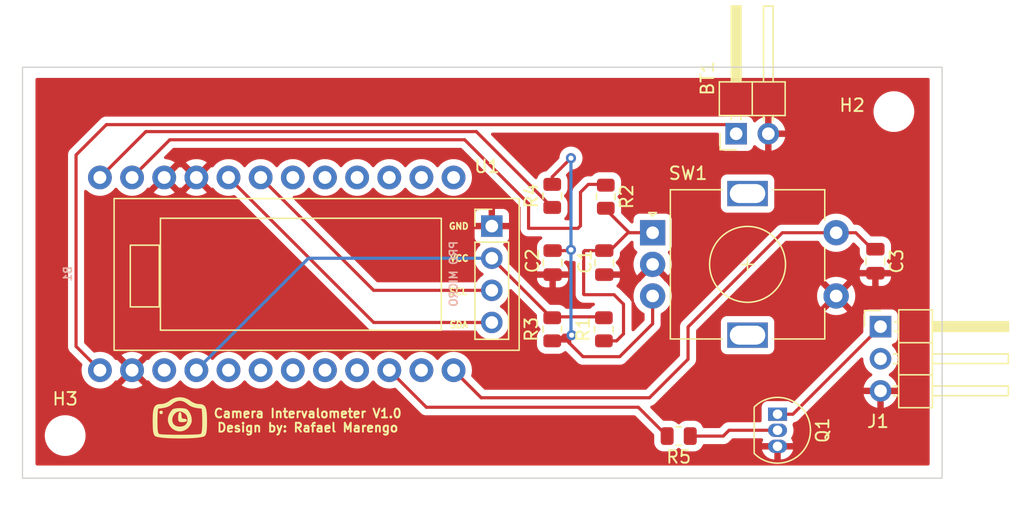
<source format=kicad_pcb>
(kicad_pcb (version 20211014) (generator pcbnew)
  (layers (0 "F.Cu" signal) (31 "B.Cu" signal) (34 "B.Paste" user) (35 "F.Paste" user) (36 "B.SilkS" user "B.Silkscreen") (37 "F.SilkS" user "F.Silkscreen") (38 "B.Mask" user) (39 "F.Mask" user) (44 "Edge.Cuts" user))
  (net 0 "")
  (net 1 "Net-(B1-Pad1)")
  (net 2 "Net-(B1-Pad2)")
  (net 3 "GND")
  (net 4 "/SDA")
  (net 5 "/SCL")
  (net 13 "Net-(B1-Pad15)")
  (net 18 "+5VD")
  (net 20 "Net-(B1-Pad24)")
  (net 21 "Net-(C1-Pad1)")
  (net 22 "Net-(C2-Pad1)")
  (net 23 "Net-(J1-Pad1)")
  (net 25 "Net-(Q1-Pad2)")
  (net 26 "Net-(C3-Pad1)")
  (footprint "Resistor_SMD:R_0805_2012Metric" (layer "F.Cu") (at 152.57 76.0375 90)
    (fp_text reference "R4" (at 0 -1.65 90) (layer "F.SilkS"))
    (fp_text value "10k")
    (fp_line (start -0.227064 0.735) (end 0.227064 0.735) (layer "F.SilkS") (width 0.12))
    (fp_line (start -0.227064 -0.735) (end 0.227064 -0.735) (layer "F.SilkS") (width 0.12))
    (pad "1" smd roundrect (at -0.9125 0 90) (size 1.025 1.4) (layers "F.Cu" "F.Paste" "F.Mask") (roundrect_rratio 0.243902439) (net 1 "Net-(B1-Pad1)"))
    (pad "2" smd roundrect (at 0.9125 0 90) (size 1.025 1.4) (layers "F.Cu" "F.Paste" "F.Mask") (roundrect_rratio 0.243902439) (net 22 "Net-(C2-Pad1)"))
  )
  (footprint "Rotary_Encoder:RotaryEncoder_Alps_EC11E-Switch_Vertical_H20mm" (layer "F.Cu") (at 160.5 78.95)
    (fp_text reference "SW1" (at 2.8 -4.7) (layer "F.SilkS"))
    (fp_text value "Rotary_Encoder_Switch")
    (fp_line (start 5.5 -3.4) (end 1.4 -3.4) (layer "F.SilkS") (width 0.12))
    (fp_line (start 0.3 -1.6) (end 0 -1.3) (layer "F.SilkS") (width 0.12))
    (fp_line (start 5.5 8.4) (end 1.4 8.4) (layer "F.SilkS") (width 0.12))
    (fp_line (start 7 2.5) (end 8 2.5) (layer "F.SilkS") (width 0.12))
    (fp_line (start 13.6 1.2) (end 13.6 3.8) (layer "F.SilkS") (width 0.12))
    (fp_line (start 0 -1.3) (end -0.3 -1.6) (layer "F.SilkS") (width 0.12))
    (fp_line (start 13.6 8.4) (end 9.5 8.4) (layer "F.SilkS") (width 0.12))
    (fp_line (start 7.5 2) (end 7.5 3) (layer "F.SilkS") (width 0.12))
    (fp_line (start 1.4 -3.4) (end 1.4 8.4) (layer "F.SilkS") (width 0.12))
    (fp_line (start 13.6 6) (end 13.6 8.4) (layer "F.SilkS") (width 0.12))
    (fp_line (start -0.3 -1.6) (end 0.3 -1.6) (layer "F.SilkS") (width 0.12))
    (fp_line (start 9.5 -3.4) (end 13.6 -3.4) (layer "F.SilkS") (width 0.12))
    (fp_line (start 13.6 -3.4) (end 13.6 -1) (layer "F.SilkS") (width 0.12))
    (fp_circle (center 7.5 2.5) (end 10.5 2.5) (layer "F.SilkS") (width 0.12) (fill none))
    (pad "A" thru_hole rect (at 0 0) (size 2 2) (drill 1) (layers *.Cu *.Mask) (net 21 "Net-(C1-Pad1)"))
    (pad "B" thru_hole circle (at 0 5) (size 2 2) (drill 1) (layers *.Cu *.Mask) (net 22 "Net-(C2-Pad1)"))
    (pad "C" thru_hole circle (at 0 2.5) (size 2 2) (drill 1) (layers *.Cu *.Mask) (net 3 "GND"))
    (pad "MP" thru_hole rect (at 7.5 -3.1) (size 3.2 2) (drill oval 2.8 1.5) (layers *.Cu *.Mask))
    (pad "MP" thru_hole rect (at 7.5 8.1) (size 3.2 2) (drill oval 2.8 1.5) (layers *.Cu *.Mask))
    (pad "S1" thru_hole circle (at 14.5 5) (size 2 2) (drill 1) (layers *.Cu *.Mask) (net 3 "GND"))
    (pad "S2" thru_hole circle (at 14.5 0) (size 2 2) (drill 1) (layers *.Cu *.Mask) (net 26 "Net-(C3-Pad1)"))
  )
  (footprint "Resistor_SMD:R_0805_2012Metric" (layer "F.Cu") (at 156.8 76.1 -90)
    (fp_text reference "R2" (at 0 -1.65 90) (layer "F.SilkS"))
    (fp_text value "10k")
    (fp_line (start -0.227064 0.735) (end 0.227064 0.735) (layer "F.SilkS") (width 0.12))
    (fp_line (start -0.227064 -0.735) (end 0.227064 -0.735) (layer "F.SilkS") (width 0.12))
    (pad "1" smd roundrect (at -0.9125 0 270) (size 1.025 1.4) (layers "F.Cu" "F.Paste" "F.Mask") (roundrect_rratio 0.243902439) (net 2 "Net-(B1-Pad2)"))
    (pad "2" smd roundrect (at 0.9125 0 270) (size 1.025 1.4) (layers "F.Cu" "F.Paste" "F.Mask") (roundrect_rratio 0.243902439) (net 21 "Net-(C1-Pad1)"))
  )
  (footprint "Capacitor_SMD:C_0805_2012Metric" (layer "F.Cu") (at 156.68 81.3125 -90)
    (fp_text reference "C1" (at -0.0875 1.53 90) (layer "F.SilkS"))
    (fp_text value "10n")
    (fp_line (start -0.261252 -0.735) (end 0.261252 -0.735) (layer "F.SilkS") (width 0.12))
    (fp_line (start -0.261252 0.735) (end 0.261252 0.735) (layer "F.SilkS") (width 0.12))
    (pad "1" smd roundrect (at -0.95 0 270) (size 1 1.45) (layers "F.Cu" "F.Paste" "F.Mask") (net 21 "Net-(C1-Pad1)"))
    (pad "2" smd roundrect (at 0.95 0 270) (size 1 1.45) (layers "F.Cu" "F.Paste" "F.Mask") (net 3 "GND"))
  )
  (footprint "MountingHole:MountingHole_2.2mm_M2_DIN965" (layer "F.Cu") (at 114.09 94.99)
    (fp_text reference "H3" (at 0 -2.9) (layer "F.SilkS"))
    (fp_text value "MountingHole")
    (pad "" np_thru_hole circle (at 0 0) (size 2.2 2.2) (drill 2.2) (layers *.Cu *.Mask))
  )
  (footprint "Package_TO_SOT_THT:TO-92_Inline" (layer "F.Cu") (at 170.37 93.3 -90)
    (fp_text reference "Q1" (at 1.27 -3.56 90) (layer "F.SilkS"))
    (fp_text value "BC337")
    (fp_line (start -0.53 1.85) (end 3.07 1.85) (layer "F.SilkS") (width 0.12))
    (fp_arc (start -0.568478 1.838478) (mid -1.132087 -0.994977) (end 1.27 -2.6) (layer "F.SilkS") (width 0.12))
    (fp_arc (start 1.27 -2.6) (mid 3.672087 -0.994977) (end 3.108478 1.838478) (layer "F.SilkS") (width 0.12))
    (pad "1" thru_hole rect (at 0 0 270) (size 1.05 1.5) (drill 0.75) (layers *.Cu *.Mask) (net 23 "Net-(J1-Pad1)"))
    (pad "2" thru_hole oval (at 1.27 0 270) (size 1.05 1.5) (drill 0.75) (layers *.Cu *.Mask) (net 25 "Net-(Q1-Pad2)"))
    (pad "3" thru_hole oval (at 2.54 0 270) (size 1.05 1.5) (drill 0.75) (layers *.Cu *.Mask) (net 3 "GND"))
  )
  (footprint "Resistor_SMD:R_0805_2012Metric" (layer "F.Cu") (at 156.65 86.5875 90)
    (fp_text reference "R1" (at 0 -1.65 90) (layer "F.SilkS"))
    (fp_text value "10k")
    (fp_line (start -0.227064 0.735) (end 0.227064 0.735) (layer "F.SilkS") (width 0.12))
    (fp_line (start -0.227064 -0.735) (end 0.227064 -0.735) (layer "F.SilkS") (width 0.12))
    (pad "1" smd roundrect (at -0.9125 0 90) (size 1.025 1.4) (layers "F.Cu" "F.Paste" "F.Mask") (roundrect_rratio 0.243902439) (net 21 "Net-(C1-Pad1)"))
    (pad "2" smd roundrect (at 0.9125 0 90) (size 1.025 1.4) (layers "F.Cu" "F.Paste" "F.Mask") (roundrect_rratio 0.243902439) (net 18 "+5VD"))
  )
  (footprint "Capacitor_SMD:C_0805_2012Metric" (layer "F.Cu") (at 152.6 81.3125 -90)
    (fp_text reference "C2" (at -0.14375 1.6 90) (layer "F.SilkS"))
    (fp_text value "10n")
    (fp_line (start -0.261252 -0.735) (end 0.261252 -0.735) (layer "F.SilkS") (width 0.12))
    (fp_line (start -0.261252 0.735) (end 0.261252 0.735) (layer "F.SilkS") (width 0.12))
    (pad "1" smd roundrect (at -0.95 0 270) (size 1 1.45) (layers "F.Cu" "F.Paste" "F.Mask") (net 22 "Net-(C2-Pad1)"))
    (pad "2" smd roundrect (at 0.95 0 270) (size 1 1.45) (layers "F.Cu" "F.Paste" "F.Mask") (net 3 "GND"))
  )
  (footprint "Connector_PinHeader_2.54mm:PinHeader_1x03_P2.54mm_Horizontal" (layer "F.Cu") (at 178.505 86.375)
    (fp_text reference "J1" (at -0.2 7.49) (layer "F.SilkS"))
    (fp_text value "2.5mm_Audio_jack")
    (fp_line (start 4.1 -0.08) (end 10.1 -0.08) (layer "F.SilkS") (width 0.12))
    (fp_line (start 1.44 6.41) (end 4.1 6.41) (layer "F.SilkS") (width 0.12))
    (fp_line (start 4.1 4.7) (end 10.1 4.7) (layer "F.SilkS") (width 0.12))
    (fp_line (start 10.1 -0.38) (end 10.1 0.38) (layer "F.SilkS") (width 0.12))
    (fp_line (start 10.1 5.46) (end 4.1 5.46) (layer "F.SilkS") (width 0.12))
    (fp_line (start 1.042929 2.16) (end 1.44 2.16) (layer "F.SilkS") (width 0.12))
    (fp_line (start 4.1 0.04) (end 10.1 0.04) (layer "F.SilkS") (width 0.12))
    (fp_line (start 1.11 -0.38) (end 1.44 -0.38) (layer "F.SilkS") (width 0.12))
    (fp_line (start -1.27 -1.27) (end 0 -1.27) (layer "F.SilkS") (width 0.12))
    (fp_line (start 4.1 -0.38) (end 10.1 -0.38) (layer "F.SilkS") (width 0.12))
    (fp_line (start 10.1 4.7) (end 10.1 5.46) (layer "F.SilkS") (width 0.12))
    (fp_line (start 10.1 2.16) (end 10.1 2.92) (layer "F.SilkS") (width 0.12))
    (fp_line (start 1.44 -1.33) (end 1.44 6.41) (layer "F.SilkS") (width 0.12))
    (fp_line (start 1.11 0.38) (end 1.44 0.38) (layer "F.SilkS") (width 0.12))
    (fp_line (start 4.1 2.16) (end 10.1 2.16) (layer "F.SilkS") (width 0.12))
    (fp_line (start 4.1 0.28) (end 10.1 0.28) (layer "F.SilkS") (width 0.12))
    (fp_line (start 4.1 -0.2) (end 10.1 -0.2) (layer "F.SilkS") (width 0.12))
    (fp_line (start 1.042929 5.46) (end 1.44 5.46) (layer "F.SilkS") (width 0.12))
    (fp_line (start -1.27 0) (end -1.27 -1.27) (layer "F.SilkS") (width 0.12))
    (fp_line (start 10.1 0.38) (end 4.1 0.38) (layer "F.SilkS") (width 0.12))
    (fp_line (start 4.1 6.41) (end 4.1 -1.33) (layer "F.SilkS") (width 0.12))
    (fp_line (start 4.1 -1.33) (end 1.44 -1.33) (layer "F.SilkS") (width 0.12))
    (fp_line (start 10.1 2.92) (end 4.1 2.92) (layer "F.SilkS") (width 0.12))
    (fp_line (start 1.042929 2.92) (end 1.44 2.92) (layer "F.SilkS") (width 0.12))
    (fp_line (start 1.042929 4.7) (end 1.44 4.7) (layer "F.SilkS") (width 0.12))
    (fp_line (start 1.44 3.81) (end 4.1 3.81) (layer "F.SilkS") (width 0.12))
    (fp_line (start 4.1 0.16) (end 10.1 0.16) (layer "F.SilkS") (width 0.12))
    (fp_line (start 4.1 -0.32) (end 10.1 -0.32) (layer "F.SilkS") (width 0.12))
    (fp_line (start 1.44 1.27) (end 4.1 1.27) (layer "F.SilkS") (width 0.12))
    (pad "1" thru_hole rect (at 0 0) (size 1.7 1.7) (drill 1) (layers *.Cu *.Mask) (net 23 "Net-(J1-Pad1)"))
    (pad "2" thru_hole oval (at 0 2.54) (size 1.7 1.7) (drill 1) (layers *.Cu *.Mask))
    (pad "3" thru_hole oval (at 0 5.08) (size 1.7 1.7) (drill 1) (layers *.Cu *.Mask) (net 3 "GND"))
  )
  (footprint "Connector_PinHeader_2.54mm:PinHeader_1x02_P2.54mm_Horizontal" (layer "F.Cu") (at 167.1 71.12 90)
    (fp_text reference "BT1" (at 4.385 -2.27 90) (layer "F.SilkS"))
    (fp_text value "Battery-header")
    (fp_line (start 10.1 -0.38) (end 10.1 0.38) (layer "F.SilkS") (width 0.12))
    (fp_line (start 4.1 -0.32) (end 10.1 -0.32) (layer "F.SilkS") (width 0.12))
    (fp_line (start 10.1 0.38) (end 4.1 0.38) (layer "F.SilkS") (width 0.12))
    (fp_line (start 4.1 -0.2) (end 10.1 -0.2) (layer "F.SilkS") (width 0.12))
    (fp_line (start 4.1 3.87) (end 4.1 -1.33) (layer "F.SilkS") (width 0.12))
    (fp_line (start 1.11 -0.38) (end 1.44 -0.38) (layer "F.SilkS") (width 0.12))
    (fp_line (start 4.1 2.16) (end 10.1 2.16) (layer "F.SilkS") (width 0.12))
    (fp_line (start 4.1 -0.08) (end 10.1 -0.08) (layer "F.SilkS") (width 0.12))
    (fp_line (start 4.1 -1.33) (end 1.44 -1.33) (layer "F.SilkS") (width 0.12))
    (fp_line (start 1.44 3.87) (end 4.1 3.87) (layer "F.SilkS") (width 0.12))
    (fp_line (start 10.1 2.92) (end 4.1 2.92) (layer "F.SilkS") (width 0.12))
    (fp_line (start 4.1 -0.38) (end 10.1 -0.38) (layer "F.SilkS") (width 0.12))
    (fp_line (start 1.44 1.27) (end 4.1 1.27) (layer "F.SilkS") (width 0.12))
    (fp_line (start 1.042929 2.92) (end 1.44 2.92) (layer "F.SilkS") (width 0.12))
    (fp_line (start 1.11 0.38) (end 1.44 0.38) (layer "F.SilkS") (width 0.12))
    (fp_line (start 10.1 2.16) (end 10.1 2.92) (layer "F.SilkS") (width 0.12))
    (fp_line (start 4.1 0.28) (end 10.1 0.28) (layer "F.SilkS") (width 0.12))
    (fp_line (start -1.27 0) (end -1.27 -1.27) (layer "F.SilkS") (width 0.12))
    (fp_line (start 1.44 -1.33) (end 1.44 3.87) (layer "F.SilkS") (width 0.12))
    (fp_line (start 4.1 0.16) (end 10.1 0.16) (layer "F.SilkS") (width 0.12))
    (fp_line (start 4.1 0.04) (end 10.1 0.04) (layer "F.SilkS") (width 0.12))
    (fp_line (start -1.27 -1.27) (end 0 -1.27) (layer "F.SilkS") (width 0.12))
    (fp_line (start 1.042929 2.16) (end 1.44 2.16) (layer "F.SilkS") (width 0.12))
    (pad "1" thru_hole rect (at 0 0 90) (size 1.7 1.7) (drill 1) (layers *.Cu *.Mask) (net 20 "Net-(B1-Pad24)"))
    (pad "2" thru_hole oval (at 0 2.54 90) (size 1.7 1.7) (drill 1) (layers *.Cu *.Mask) (net 3 "GND"))
  )
  (footprint "Capacitor_SMD:C_0805_2012Metric" (layer "F.Cu") (at 178.1 81.2 -90)
    (fp_text reference "C3" (at 0 -1.68 90) (layer "F.SilkS"))
    (fp_text value "10n")
    (fp_line (start -0.261252 -0.735) (end 0.261252 -0.735) (layer "F.SilkS") (width 0.12))
    (fp_line (start -0.261252 0.735) (end 0.261252 0.735) (layer "F.SilkS") (width 0.12))
    (pad "1" smd roundrect (at -0.95 0 270) (size 1 1.45) (layers "F.Cu" "F.Paste" "F.Mask") (net 26 "Net-(C3-Pad1)"))
    (pad "2" smd roundrect (at 0.95 0 270) (size 1 1.45) (layers "F.Cu" "F.Paste" "F.Mask") (net 3 "GND"))
  )
  (footprint "OLED-128x32:OLED-128x32" (layer "F.Cu") (at 149.955 76.245)
    (fp_text reference "U1" (at -2.54 -2.54) (layer "F.SilkS"))
    (fp_text value "ssd1306_oled_128x32")
    (fp_text user "VCC" (at -4.73 4.73 unlocked) (layer "F.SilkS") (effects (font (size 0.5 0.5) (thickness 0.125))))
    (fp_text user "SCL" (at -4.82 7.36 unlocked) (layer "F.SilkS") (effects (font (size 0.5 0.5) (thickness 0.125))))
    (fp_text user "GND" (at -4.77 2.19 unlocked) (layer "F.SilkS") (effects (font (size 0.5 0.5) (thickness 0.125))))
    (fp_text user "SDA" (at -4.77 9.99 unlocked) (layer "F.SilkS") (effects (font (size 0.5 0.5) (thickness 0.125))))
    (fp_line (start -0.83 3.45) (end -0.83 11.13) (layer "F.SilkS") (width 0.12))
    (fp_line (start -3.49 0.85) (end -2.16 0.85) (layer "F.SilkS") (width 0.12))
    (fp_line (start -3.49 3.45) (end -3.49 11.13) (layer "F.SilkS") (width 0.12))
    (fp_line (start -3.49 3.45) (end -0.83 3.45) (layer "F.SilkS") (width 0.12))
    (fp_line (start -3.49 2.18) (end -3.49 0.85) (layer "F.SilkS") (width 0.12))
    (fp_line (start -3.49 11.13) (end -0.83 11.13) (layer "F.SilkS") (width 0.12))
    (fp_rect (start -28.43 3.69) (end -30.72 8.57) (layer "F.SilkS") (width 0.12) (fill none))
    (fp_rect (start 0 0) (end -32 12) (layer "F.SilkS") (width 0.12) (fill none))
    (fp_rect (start -28.34 1.56) (end -6.15 10.41) (layer "F.SilkS") (width 0.12) (fill none))
    (pad "1" thru_hole rect (at -2.16 2.18) (size 1.7 1.7) (drill 1) (layers *.Cu *.Mask) (net 3 "GND"))
    (pad "2" thru_hole oval (at -2.16 4.72) (size 1.7 1.7) (drill 1) (layers *.Cu *.Mask) (net 18 "+5VD"))
    (pad "3" thru_hole oval (at -2.16 7.26) (size 1.7 1.7) (drill 1) (layers *.Cu *.Mask) (net 5 "/SCL"))
    (pad "4" thru_hole oval (at -2.16 9.8) (size 1.7 1.7) (drill 1) (layers *.Cu *.Mask) (net 4 "/SDA"))
  )
  (footprint "MountingHole:MountingHole_2.2mm_M2_DIN965" (layer "F.Cu") (at 179.56 69.37)
    (fp_text reference "H2" (at -3.3 -0.5) (layer "F.SilkS"))
    (fp_text value "MountingHole")
    (pad "" np_thru_hole circle (at 0 0) (size 2.2 2.2) (drill 2.2) (layers *.Cu *.Mask))
  )
  (footprint "Resistor_SMD:R_0805_2012Metric" (layer "F.Cu") (at 152.57 86.5875 90)
    (fp_text reference "R3" (at 0 -1.65 90) (layer "F.SilkS"))
    (fp_text value "10k")
    (fp_line (start -0.227064 0.735) (end 0.227064 0.735) (layer "F.SilkS") (width 0.12))
    (fp_line (start -0.227064 -0.735) (end 0.227064 -0.735) (layer "F.SilkS") (width 0.12))
    (pad "1" smd roundrect (at -0.9125 0 90) (size 1.025 1.4) (layers "F.Cu" "F.Paste" "F.Mask") (roundrect_rratio 0.243902439) (net 22 "Net-(C2-Pad1)"))
    (pad "2" smd roundrect (at 0.9125 0 90) (size 1.025 1.4) (layers "F.Cu" "F.Paste" "F.Mask") (roundrect_rratio 0.243902439) (net 18 "+5VD"))
  )
  (footprint "Resistor_SMD:R_0805_2012Metric" (layer "F.Cu") (at 162.56 95.03 180)
    (fp_text reference "R5" (at 0 -1.65) (layer "F.SilkS"))
    (fp_text value "1K")
    (fp_line (start -0.227064 0.735) (end 0.227064 0.735) (layer "F.SilkS") (width 0.12))
    (fp_line (start -0.227064 -0.735) (end 0.227064 -0.735) (layer "F.SilkS") (width 0.12))
    (pad "1" smd roundrect (at -0.9125 0 180) (size 1.025 1.4) (layers "F.Cu" "F.Paste" "F.Mask") (roundrect_rratio 0.243902439) (net 25 "Net-(Q1-Pad2)"))
    (pad "2" smd roundrect (at 0.9125 0 180) (size 1.025 1.4) (layers "F.Cu" "F.Paste" "F.Mask") (roundrect_rratio 0.243902439) (net 13 "Net-(B1-Pad15)"))
  )
  (footprint "Boards:SPARKFUN_PRO_MICRO" (layer "B.Cu") (at 129.535 82.2 -90)
    (fp_text reference "B1" (at 0 15.24 90) (layer "B.SilkS") (effects (font (size 0.6096 0.6096) (thickness 0.127)) (justify mirror)))
    (fp_text value "PRO MICRO" (at 0 -15.24 90) (layer "B.SilkS") (effects (font (size 0.6096 0.6096) (thickness 0.127)) (justify mirror)))
    (pad "1" thru_hole circle (at -7.62 12.7 270) (size 1.8796 1.8796) (drill 1.016) (layers *.Cu *.Mask) (net 1 "Net-(B1-Pad1)"))
    (pad "2" thru_hole circle (at -7.62 10.16 270) (size 1.8796 1.8796) (drill 1.016) (layers *.Cu *.Mask) (net 2 "Net-(B1-Pad2)"))
    (pad "3" thru_hole circle (at -7.62 7.62 270) (size 1.8796 1.8796) (drill 1.016) (layers *.Cu *.Mask) (net 3 "GND"))
    (pad "4" thru_hole circle (at -7.62 5.08 270) (size 1.8796 1.8796) (drill 1.016) (layers *.Cu *.Mask) (net 3 "GND"))
    (pad "5" thru_hole circle (at -7.62 2.54 270) (size 1.8796 1.8796) (drill 1.016) (layers *.Cu *.Mask) (net 4 "/SDA"))
    (pad "6" thru_hole circle (at -7.62 0 270) (size 1.8796 1.8796) (drill 1.016) (layers *.Cu *.Mask) (net 5 "/SCL"))
    (pad "7" thru_hole circle (at -7.62 -2.54 270) (size 1.8796 1.8796) (drill 1.016) (layers *.Cu *.Mask))
    (pad "8" thru_hole circle (at -7.62 -5.08 270) (size 1.8796 1.8796) (drill 1.016) (layers *.Cu *.Mask))
    (pad "9" thru_hole circle (at -7.62 -7.62 270) (size 1.8796 1.8796) (drill 1.016) (layers *.Cu *.Mask))
    (pad "10" thru_hole circle (at -7.62 -10.16 270) (size 1.8796 1.8796) (drill 1.016) (layers *.Cu *.Mask))
    (pad "11" thru_hole circle (at -7.62 -12.7 270) (size 1.8796 1.8796) (drill 1.016) (layers *.Cu *.Mask))
    (pad "12" thru_hole circle (at -7.62 -15.24 270) (size 1.8796 1.8796) (drill 1.016) (layers *.Cu *.Mask))
    (pad "13" thru_hole circle (at 7.62 -15.24 270) (size 1.8796 1.8796) (drill 1.016) (layers *.Cu *.Mask) (net 26 "Net-(C3-Pad1)"))
    (pad "14" thru_hole circle (at 7.62 -12.7 270) (size 1.8796 1.8796) (drill 1.016) (layers *.Cu *.Mask))
    (pad "15" thru_hole circle (at 7.62 -10.16 270) (size 1.8796 1.8796) (drill 1.016) (layers *.Cu *.Mask) (net 13 "Net-(B1-Pad15)"))
    (pad "16" thru_hole circle (at 7.62 -7.62 270) (size 1.8796 1.8796) (drill 1.016) (layers *.Cu *.Mask))
    (pad "17" thru_hole circle (at 7.62 -5.08 270) (size 1.8796 1.8796) (drill 1.016) (layers *.Cu *.Mask))
    (pad "18" thru_hole circle (at 7.62 -2.54 270) (size 1.8796 1.8796) (drill 1.016) (layers *.Cu *.Mask))
    (pad "19" thru_hole circle (at 7.62 0 270) (size 1.8796 1.8796) (drill 1.016) (layers *.Cu *.Mask))
    (pad "20" thru_hole circle (at 7.62 2.54 270) (size 1.8796 1.8796) (drill 1.016) (layers *.Cu *.Mask))
    (pad "21" thru_hole circle (at 7.62 5.08 270) (size 1.8796 1.8796) (drill 1.016) (layers *.Cu *.Mask) (net 18 "+5VD"))
    (pad "22" thru_hole circle (at 7.62 7.62 270) (size 1.8796 1.8796) (drill 1.016) (layers *.Cu *.Mask))
    (pad "23" thru_hole circle (at 7.62 10.16 270) (size 1.8796 1.8796) (drill 1.016) (layers *.Cu *.Mask) (net 3 "GND"))
    (pad "24" thru_hole circle (at 7.62 12.7 270) (size 1.8796 1.8796) (drill 1.016) (layers *.Cu *.Mask) (net 20 "Net-(B1-Pad24)"))
  )
  (gr_poly (pts (xy 123.207162 92.849203) (xy 123.279281 92.85148) (xy 123.349168 92.855585) (xy 123.415707 92.861505) (xy 123.477781 92.869223) (xy 123.534273 92.878723) (xy 123.584069 92.889992) (xy 123.626051 92.903011) (xy 123.650754 92.914216) (xy 123.675221 92.927907) (xy 123.699401 92.943965) (xy 123.723244 92.962274) (xy 123.769716 93.005168) (xy 123.814236 93.055643) (xy 123.856398 93.112753) (xy 123.895802 93.175553) (xy 123.932042 93.243097) (xy 123.964717 93.314438) (xy 123.993424 93.388633) (xy 124.017758 93.464734) (xy 124.037318 93.541797) (xy 124.051699 93.618875) (xy 124.0605 93.695022) (xy 124.063316 93.769294) (xy 124.059745 93.840745) (xy 124.055439 93.875117) (xy 124.049384 93.908428) (xy 124.040232 93.940878) (xy 124.028755 93.974553) (xy 124.015107 94.009189) (xy 123.999444 94.044523) (xy 123.98192 94.080291) (xy 123.962692 94.116229) (xy 123.941913 94.152075) (xy 123.919738 94.187564) (xy 123.896324 94.222432) (xy 123.871824 94.256417) (xy 123.846394 94.289255) (xy 123.820189 94.320682) (xy 123.793364 94.350435) (xy 123.766073 94.37825) (xy 123.738473 94.403863) (xy 123.710718 94.427011) (xy 123.637536 94.479301) (xy 123.563068 94.523238) (xy 123.487638 94.559091) (xy 123.411573 94.587126) (xy 123.335198 94.607611) (xy 123.258838 94.620814) (xy 123.182819 94.627001) (xy 123.107467 94.626441) (xy 123.033108 94.619401) (xy 122.960066 94.606148) (xy 122.888667 94.586949) (xy 122.819237 94.562073) (xy 122.752101 94.531786) (xy 122.687586 94.496356) (xy 122.626016 94.45605) (xy 122.567717 94.411136) (xy 122.513015 94.361882) (xy 122.462235 94.308554) (xy 122.415703 94.251419) (xy 122.373745 94.190747) (xy 122.336685 94.126803) (xy 122.30485 94.059855) (xy 122.278564 93.990172) (xy 122.258155 93.918019) (xy 122.243946 93.843665) (xy 122.236265 93.767377) (xy 122.235893 93.732426) (xy 122.521418 93.732426) (xy 122.522205 93.778167) (xy 122.526211 93.823596) (xy 122.533519 93.868513) (xy 122.544212 93.91272) (xy 122.558375 93.956015) (xy 122.576089 93.9982) (xy 122.597439 94.039075) (xy 122.622507 94.078441) (xy 122.651378 94.116097) (xy 122.684134 94.151845) (xy 122.704828 94.171068) (xy 122.72715 94.189052) (xy 122.75099 94.205795) (xy 122.776242 94.221298) (xy 122.802796 94.23556) (xy 122.830544 94.248583) (xy 122.859377 94.260365) (xy 122.889186 94.270907) (xy 122.951301 94.28827) (xy 123.016021 94.300673) (xy 123.082477 94.308114) (xy 123.149801 94.310595) (xy 123.217125 94.308114) (xy 123.283581 94.300673) (xy 123.3483 94.28827) (xy 123.410415 94.270907) (xy 123.440225 94.260365) (xy 123.469058 94.248583) (xy 123.496805 94.23556) (xy 123.523359 94.221298) (xy 123.548611 94.205795) (xy 123.572452 94.189052) (xy 123.594773 94.171068) (xy 123.615467 94.151845) (xy 123.638414 94.128297) (xy 123.659635 94.103364) (xy 123.679144 94.077149) (xy 123.696951 94.049753) (xy 123.713068 94.021279) (xy 123.727507 93.991831) (xy 123.74028 93.961511) (xy 123.751397 93.930421) (xy 123.760871 93.898665) (xy 123.768714 93.866345) (xy 123.774936 93.833564) (xy 123.77955 93.800424) (xy 123.782568 93.767029) (xy 123.784 93.73348) (xy 123.783858 93.699881) (xy 123.782155 93.666334) (xy 123.778901 93.632943) (xy 123.774109 93.599809) (xy 123.76779 93.567035) (xy 123.759955 93.534725) (xy 123.750616 93.50298) (xy 123.739785 93.471904) (xy 123.727474 93.4416) (xy 123.713694 93.412169) (xy 123.698457 93.383715) (xy 123.681773 93.35634) (xy 123.663656 93.330148) (xy 123.644117 93.30524) (xy 123.623167 93.28172) (xy 123.600817 93.25969) (xy 123.57708 93.239253) (xy 123.551967 93.220511) (xy 123.527568 93.202913) (xy 123.502131 93.185888) (xy 123.475856 93.169514) (xy 123.448945 93.153869) (xy 123.421601 93.13903) (xy 123.394024 93.125075) (xy 123.366415 93.112081) (xy 123.338978 93.100126) (xy 123.311912 93.089287) (xy 123.28542 93.079641) (xy 123.259703 93.071267) (xy 123.234963 93.064242) (xy 123.211402 93.058643) (xy 123.189219 93.054547) (xy 123.168619 93.052033) (xy 123.149801 93.051178) (xy 123.100856 93.053284) (xy 123.053297 93.059469) (xy 123.007208 93.069534) (xy 122.96267 93.083279) (xy 122.919768 93.100505) (xy 122.878585 93.121011) (xy 122.839204 93.144598) (xy 122.801708 93.171067) (xy 122.766182 93.200218) (xy 122.732707 93.231852) (xy 122.701368 93.265768) (xy 122.672248 93.301767) (xy 122.645431 93.33965) (xy 122.620998 93.379217) (xy 122.599035 93.420269) (xy 122.579624 93.462605) (xy 122.562848 93.506026) (xy 122.548791 93.550334) (xy 122.537536 93.595327) (xy 122.529167 93.640806) (xy 122.523766 93.686572) (xy 122.521418 93.732426) (xy 122.235893 93.732426) (xy 122.235435 93.689423) (xy 122.241784 93.610069) (xy 122.255636 93.529584) (xy 122.277316 93.448234) (xy 122.307152 93.366287) (xy 122.345467 93.284011) (xy 122.363678 93.250551) (xy 122.382509 93.217741) (xy 122.401836 93.185738) (xy 122.421535 93.154696) (xy 122.441482 93.12477) (xy 122.461553 93.096116) (xy 122.481624 93.068888) (xy 122.501572 93.043241) (xy 122.521271 93.01933) (xy 122.540598 92.99731) (xy 122.559428 92.977338) (xy 122.577639 92.959566) (xy 122.595106 92.944151) (xy 122.611704 92.931247) (xy 122.619639 92.925786) (xy 122.627311 92.92101) (xy 122.634703 92.91694) (xy 122.641801 92.913595) (xy 122.683783 92.898709) (xy 122.733578 92.885793) (xy 122.790071 92.874829) (xy 122.852144 92.865804) (xy 122.918683 92.858701) (xy 122.98857 92.853505) (xy 123.06069 92.850201) (xy 123.133926 92.848772)) (layer "F.SilkS") (width 0.06) (fill solid))
  (gr_poly (pts (xy 123.249926 91.99177) (xy 123.356403 92.00442) (xy 123.461981 92.025504) (xy 123.566023 92.055022) (xy 123.667896 92.092973) (xy 123.766962 92.139358) (xy 123.862587 92.194176) (xy 123.90891 92.224748) (xy 123.954134 92.257428) (xy 123.991039 92.284816) (xy 124.030098 92.311337) (xy 124.070987 92.336865) (xy 124.11338 92.361277) (xy 124.156951 92.384449) (xy 124.201375 92.406256) (xy 124.246326 92.426575) (xy 124.291478 92.445282) (xy 124.336506 92.462253) (xy 124.381085 92.477363) (xy 124.424888 92.490489) (xy 124.467591 92.501506) (xy 124.508868 92.510291) (xy 124.548392 92.51672) (xy 124.58584 92.520668) (xy 124.620884 92.522011) (xy 124.717082 92.52466) (xy 124.803591 92.533277) (xy 124.880891 92.54887) (xy 124.916238 92.559598) (xy 124.949463 92.572448) (xy 124.980627 92.587545) (xy 125.009788 92.605017) (xy 125.037008 92.624988) (xy 125.062345 92.647585) (xy 125.085862 92.672934) (xy 125.107617 92.701161) (xy 125.12767 92.732391) (xy 125.146082 92.766751) (xy 125.162913 92.804367) (xy 125.178222 92.845364) (xy 125.204518 92.938007) (xy 125.225449 93.045687) (xy 125.241497 93.169414) (xy 125.253142 93.310193) (xy 125.260865 93.469034) (xy 125.265147 93.646943) (xy 125.266467 93.844928) (xy 125.265961 93.982062) (xy 125.2644 94.108064) (xy 125.261723 94.223463) (xy 125.257868 94.328785) (xy 125.252773 94.424557) (xy 125.246376 94.511306) (xy 125.238614 94.58956) (xy 125.229426 94.659845) (xy 125.218749 94.722688) (xy 125.206523 94.778618) (xy 125.199809 94.804154) (xy 125.192684 94.82816) (xy 125.18514 94.850701) (xy 125.177171 94.871842) (xy 125.168767 94.89165) (xy 125.159921 94.910191) (xy 125.150626 94.927531) (xy 125.140873 94.943735) (xy 125.130655 94.958869) (xy 125.119965 94.972999) (xy 125.108794 94.986191) (xy 125.097134 94.998512) (xy 125.065236 95.02158) (xy 125.015956 95.04316) (xy 124.869882 95.081855) (xy 124.668184 95.114597) (xy 124.420132 95.141386) (xy 124.134997 95.162222) (xy 123.822049 95.177105) (xy 123.149801 95.189011) (xy 122.477552 95.177105) (xy 122.164605 95.162222) (xy 121.87947 95.141386) (xy 121.631418 95.114597) (xy 121.42972 95.081855) (xy 121.283646 95.04316) (xy 121.234365 95.02158) (xy 121.202467 94.998512) (xy 121.179637 94.972999) (xy 121.158728 94.943735) (xy 121.13968 94.910191) (xy 121.122431 94.871842) (xy 121.106918 94.82816) (xy 121.093079 94.778618) (xy 121.080852 94.722688) (xy 121.070176 94.659845) (xy 121.060988 94.58956) (xy 121.053226 94.511306) (xy 121.041733 94.328785) (xy 121.035201 94.108064) (xy 121.033134 93.844928) (xy 121.033204 93.834345) (xy 121.350634 93.834345) (xy 121.351024 93.978199) (xy 121.352267 94.108581) (xy 121.354471 94.226158) (xy 121.357745 94.331596) (xy 121.362197 94.425562) (xy 121.364898 94.468451) (xy 121.367935 94.508722) (xy 121.371321 94.546458) (xy 121.375069 94.581743) (xy 121.379193 94.61466) (xy 121.383707 94.645293) (xy 121.388624 94.673723) (xy 121.393957 94.700036) (xy 121.39972 94.724314) (xy 121.405928 94.74664) (xy 121.412592 94.767099) (xy 121.419728 94.785772) (xy 121.427348 94.802744) (xy 121.435466 94.818099) (xy 121.444096 94.831918) (xy 121.45325 94.844286) (xy 121.462944 94.855285) (xy 121.47319 94.865) (xy 121.484001 94.873514) (xy 121.495393 94.880909) (xy 121.507377 94.887269) (xy 121.519967 94.892678) (xy 121.589131 94.907561) (xy 121.712121 94.920459) (xy 122.088822 94.940303) (xy 122.588553 94.952209) (xy 123.149801 94.956178) (xy 123.711048 94.952209) (xy 124.21078 94.940303) (xy 124.587481 94.920459) (xy 124.71047 94.907561) (xy 124.779634 94.892678) (xy 124.804209 94.880909) (xy 124.826412 94.865) (xy 124.846351 94.844286) (xy 124.864135 94.818099) (xy 124.879874 94.785772) (xy 124.893674 94.74664) (xy 124.905645 94.700036) (xy 124.915895 94.645293) (xy 124.924532 94.581743) (xy 124.931666 94.508722) (xy 124.941857 94.331596) (xy 124.947334 94.108581) (xy 124.948967 93.834345) (xy 124.947521 93.633571) (xy 124.943345 93.446565) (xy 124.936689 93.277169) (xy 124.927801 93.12923) (xy 124.922597 93.064508) (xy 124.916928 93.006592) (xy 124.910825 92.955962) (xy 124.904319 92.913099) (xy 124.897441 92.878483) (xy 124.890222 92.852596) (xy 124.886494 92.843075) (xy 124.882692 92.835917) (xy 124.878821 92.831181) (xy 124.874884 92.828928) (xy 124.771131 92.820352) (xy 124.673904 92.810428) (xy 124.582785 92.799046) (xy 124.497357 92.786099) (xy 124.417199 92.771477) (xy 124.341893 92.755072) (xy 124.271022 92.736776) (xy 124.204165 92.71648) (xy 124.140906 92.694076) (xy 124.080824 92.669455) (xy 124.023502 92.642508) (xy 123.968521 92.613127) (xy 123.915462 92.581204) (xy 123.863907 92.54663) (xy 123.813437 92.509296) (xy 123.763634 92.469095) (xy 123.68799 92.409563) (xy 123.650002 92.382774) (xy 123.611912 92.35797) (xy 123.57373 92.335149) (xy 123.535462 92.314313) (xy 123.497117 92.295462) (xy 123.458702 92.278595) (xy 123.420225 92.263712) (xy 123.381694 92.250813) (xy 123.343116 92.239899) (xy 123.304499 92.23097) (xy 123.265852 92.224024) (xy 123.227181 92.219063) (xy 123.188495 92.216087) (xy 123.149801 92.215095) (xy 123.111107 92.216087) (xy 123.07242 92.219063) (xy 123.03375 92.224024) (xy 122.995102 92.23097) (xy 122.956486 92.239899) (xy 122.917908 92.250813) (xy 122.879377 92.263712) (xy 122.8409 92.278595) (xy 122.802485 92.295462) (xy 122.764139 92.314313) (xy 122.725872 92.335149) (xy 122.687689 92.35797) (xy 122.6496 92.382774) (xy 122.611611 92.409563) (xy 122.535967 92.469095) (xy 122.486167 92.509296) (xy 122.435715 92.54663) (xy 122.384209 92.581204) (xy 122.331246 92.613127) (xy 122.276422 92.642508) (xy 122.219336 92.669455) (xy 122.159582 92.694076) (xy 122.096759 92.71648) (xy 122.030463 92.736776) (xy 121.960292 92.755072) (xy 121.885842 92.771477) (xy 121.80671 92.786099) (xy 121.722492 92.799046) (xy 121.632787 92.810428) (xy 121.537191 92.820352) (xy 121.435301 92.828928) (xy 121.430402 92.831181) (xy 121.425629 92.835917) (xy 121.41647 92.852596) (xy 121.407837 92.878483) (xy 121.399747 92.913099) (xy 121.385257 93.006592) (xy 121.373124 93.12923) (xy 121.36347 93.277169) (xy 121.356422 93.446565) (xy 121.352102 93.633571) (xy 121.350634 93.834345) (xy 121.033204 93.834345) (xy 121.034459 93.645199) (xy 121.038777 93.465995) (xy 121.046598 93.306263) (xy 121.051983 93.23337) (xy 121.058435 93.164949) (xy 121.066019 93.100869) (xy 121.074798 93.040998) (xy 121.084837 92.985204) (xy 121.0962 92.933356) (xy 121.10895 92.885321) (xy 121.123152 92.840969) (xy 121.138869 92.800166) (xy 121.156165 92.762782) (xy 121.175105 92.728685) (xy 121.195752 92.697742) (xy 121.21817 92.669823) (xy 121.242424 92.644794) (xy 121.268576 92.622526) (xy 121.296692 92.602885) (xy 121.326834 92.58574) (xy 121.359068 92.570959) (xy 121.393456 92.558411) (xy 121.430063 92.547963) (xy 121.468953 92.539484) (xy 121.51019 92.532843) (xy 121.553838 92.527906) (xy 121.59996 92.524543) (xy 121.648621 92.522622) (xy 121.699884 92.522011) (xy 121.738414 92.518924) (xy 121.778432 92.513681) (xy 121.819691 92.506361) (xy 121.861941 92.497041) (xy 121.904936 92.485799) (xy 121.948427 92.472712) (xy 121.992166 92.457858) (xy 122.035905 92.441313) (xy 122.079396 92.423157) (xy 122.122391 92.403466) (xy 122.164641 92.382317) (xy 122.2059 92.359789) (xy 122.245918 92.335958) (xy 122.284448 92.310903) (xy 122.321241 92.2847) (xy 122.356051 92.257428) (xy 122.398391 92.224748) (xy 122.442017 92.194176) (xy 122.486848 92.165713) (xy 122.532805 92.139358) (xy 122.579808 92.115111) (xy 122.627778 92.092973) (xy 122.726302 92.055022) (xy 122.82774 92.025504) (xy 122.931458 92.00442) (xy 123.036818 91.99177) (xy 123.143186 91.987553)) (layer "F.SilkS") (width 0.06) (fill solid))
  (gr_poly (pts (xy 123.155691 93.15735) (xy 123.161454 93.158355) (xy 123.167084 93.160011) (xy 123.17258 93.162303) (xy 123.177935 93.165215) (xy 123.183147 93.168732) (xy 123.188212 93.172837) (xy 123.193126 93.177517) (xy 123.202485 93.188534) (xy 123.211192 93.20166) (xy 123.219218 93.21677) (xy 123.22653 93.233741) (xy 123.233098 93.252447) (xy 123.238891 93.272767) (xy 123.243878 93.294574) (xy 123.248027 93.317746) (xy 123.251309 93.342158) (xy 123.253691 93.367686) (xy 123.255143 93.394206) (xy 123.255634 93.421595) (xy 123.256267 93.45596) (xy 123.258218 93.487658) (xy 123.259712 93.502526) (xy 123.261564 93.516752) (xy 123.263784 93.530341) (xy 123.266383 93.543303) (xy 123.269369 93.555645) (xy 123.272752 93.567374) (xy 123.276542 93.578499) (xy 123.280749 93.589026) (xy 123.285382 93.598965) (xy 123.290451 93.608322) (xy 123.295966 93.617106) (xy 123.301936 93.625324) (xy 123.308371 93.632984) (xy 123.315281 93.640093) (xy 123.322676 93.64666) (xy 123.330565 93.652692) (xy 123.338957 93.658196) (xy 123.347863 93.663182) (xy 123.357293 93.667656) (xy 123.367255 93.671626) (xy 123.37776 93.6751) (xy 123.388817 93.678085) (xy 123.400436 93.68059) (xy 123.412627 93.682623) (xy 123.425399 93.68419) (xy 123.438762 93.685299) (xy 123.452726 93.68596) (xy 123.467301 93.686178) (xy 123.47815 93.686301) (xy 123.488863 93.686669) (xy 123.499424 93.687277) (xy 123.50982 93.688121) (xy 123.520038 93.689198) (xy 123.530064 93.690503) (xy 123.539885 93.692034) (xy 123.549487 93.693785) (xy 123.558856 93.695753) (xy 123.567979 93.697934) (xy 123.576843 93.700325) (xy 123.585433 93.702921) (xy 123.593736 93.705719) (xy 123.60174 93.708714) (xy 123.609429 93.711903) (xy 123.61679 93.715282) (xy 123.623811 93.718847) (xy 123.630477 93.722594) (xy 123.636775 93.72652) (xy 123.642691 93.73062) (xy 123.648211 93.73489) (xy 123.653323 93.739327) (xy 123.658012 93.743927) (xy 123.662266 93.748686) (xy 123.666069 93.7536) (xy 123.66941 93.758665) (xy 123.672274 93.763877) (xy 123.674647 93.769232) (xy 123.676517 93.774728) (xy 123.677869 93.780358) (xy 123.678691 93.786121) (xy 123.678967 93.792011) (xy 123.678567 93.796971) (xy 123.677378 93.80192) (xy 123.675418 93.806851) (xy 123.672704 93.811752) (xy 123.665085 93.821428) (xy 123.654659 93.830872) (xy 123.641567 93.840006) (xy 123.625947 93.848752) (xy 123.607941 93.857033) (xy 123.587686 93.864772) (xy 123.565323 93.87189) (xy 123.540991 93.878311) (xy 123.51483 93.883957) (xy 123.486979 93.88875) (xy 123.457578 93.892612) (xy 123.426766 93.895468) (xy 123.394682 93.897237) (xy 123.361467 93.897845) (xy 123.309067 93.897405) (xy 123.262745 93.895819) (xy 123.222127 93.892682) (xy 123.186842 93.887592) (xy 123.171084 93.884188) (xy 123.156519 93.880145) (xy 123.143101 93.875412) (xy 123.130784 93.869939) (xy 123.119521 93.863675) (xy 123.109266 93.856571) (xy 123.099972 93.848574) (xy 123.091592 93.839636) (xy 123.084081 93.829706) (xy 123.077392 93.818733) (xy 123.071477 93.806667) (xy 123.066292 93.793458) (xy 123.061788 93.779055) (xy 123.05792 93.763408) (xy 123.054641 93.746467) (xy 123.051905 93.72818) (xy 123.047874 93.687372) (xy 123.045456 93.640579) (xy 123.044277 93.587398) (xy 123.043967 93.527428) (xy 123.044575 93.490131) (xy 123.046344 93.453779) (xy 123.0492 93.418574) (xy 123.053062 93.384718) (xy 123.057855 93.352413) (xy 123.063501 93.321859) (xy 123.069922 93.293259) (xy 123.07704 93.266813) (xy 123.084779 93.242724) (xy 123.088856 93.231627) (xy 123.09306 93.221193) (xy 123.09738 93.21145) (xy 123.101806 93.202422) (xy 123.106329 93.194134) (xy 123.11094 93.186612) (xy 123.115628 93.17988) (xy 123.120384 93.173964) (xy 123.125198 93.168889) (xy 123.13006 93.16468) (xy 123.134961 93.161363) (xy 123.139892 93.158962) (xy 123.144841 93.157503) (xy 123.149801 93.157011)) (layer "F.SilkS") (width 0.06) (fill solid))
  (gr_poly (pts (xy 121.674025 93.051301) (xy 121.679787 93.051669) (xy 121.685418 93.052277) (xy 121.690913 93.053121) (xy 121.696269 93.054198) (xy 121.701481 93.055503) (xy 121.706546 93.057034) (xy 121.71146 93.058785) (xy 121.716218 93.060753) (xy 121.720818 93.062934) (xy 121.725255 93.065325) (xy 121.729526 93.067921) (xy 121.733625 93.070719) (xy 121.737551 93.073714) (xy 121.741298 93.076903) (xy 121.744863 93.080282) (xy 121.748242 93.083847) (xy 121.751431 93.087594) (xy 121.754427 93.09152) (xy 121.757224 93.09562) (xy 121.75982 93.09989) (xy 121.762211 93.104327) (xy 121.764392 93.108927) (xy 121.766361 93.113686) (xy 121.768112 93.1186) (xy 121.769642 93.123665) (xy 121.770948 93.128877) (xy 121.772024 93.134232) (xy 121.772869 93.139728) (xy 121.773476 93.145358) (xy 121.773844 93.151121) (xy 121.773967 93.157011) (xy 121.773844 93.161971) (xy 121.773476 93.16692) (xy 121.772869 93.171851) (xy 121.772024 93.176752) (xy 121.770948 93.181614) (xy 121.769642 93.186428) (xy 121.768112 93.191184) (xy 121.766361 93.195872) (xy 121.764392 93.200483) (xy 121.762211 93.205006) (xy 121.75982 93.209432) (xy 121.757224 93.213752) (xy 121.754427 93.217956) (xy 121.751431 93.222033) (xy 121.748242 93.225975) (xy 121.744863 93.229772) (xy 121.741298 93.233413) (xy 121.737551 93.23689) (xy 121.733625 93.240193) (xy 121.729526 93.243311) (xy 121.725255 93.246236) (xy 121.720818 93.248957) (xy 121.716218 93.251465) (xy 121.71146 93.25375) (xy 121.706546 93.255802) (xy 121.701481 93.257612) (xy 121.696269 93.259171) (xy 121.690913 93.260468) (xy 121.685418 93.261493) (xy 121.679787 93.262238) (xy 121.674025 93.262691) (xy 121.668134 93.262845) (xy 121.663175 93.262691) (xy 121.658225 93.262238) (xy 121.653295 93.261493) (xy 121.648394 93.260468) (xy 121.643531 93.259171) (xy 121.638717 93.257612) (xy 121.633961 93.255802) (xy 121.629273 93.25375) (xy 121.624663 93.251465) (xy 121.62014 93.248957) (xy 121.615713 93.246236) (xy 121.611393 93.243311) (xy 121.60719 93.240193) (xy 121.603112 93.23689) (xy 121.59917 93.233413) (xy 121.595374 93.229772) (xy 121.591732 93.225975) (xy 121.588255 93.222033) (xy 121.584953 93.217956) (xy 121.581834 93.213752) (xy 121.57891 93.209432) (xy 121.576189 93.205006) (xy 121.573681 93.200483) (xy 121.571396 93.195872) (xy 121.569343 93.191184) (xy 121.567533 93.186428) (xy 121.565975 93.181614) (xy 121.564678 93.176752) (xy 121.563652 93.171851) (xy 121.562908 93.16692) (xy 121.562454 93.161971) (xy 121.562301 93.157011) (xy 121.562454 93.151121) (xy 121.562908 93.145358) (xy 121.563652 93.139728) (xy 121.564678 93.134232) (xy 121.565975 93.128877) (xy 121.567533 93.123665) (xy 121.569343 93.1186) (xy 121.571396 93.113686) (xy 121.573681 93.108927) (xy 121.576189 93.104327) (xy 121.57891 93.09989) (xy 121.581834 93.09562) (xy 121.584953 93.09152) (xy 121.588255 93.087594) (xy 121.591732 93.083847) (xy 121.595374 93.080282) (xy 121.59917 93.076903) (xy 121.603112 93.073714) (xy 121.60719 93.070719) (xy 121.611393 93.067921) (xy 121.615713 93.065325) (xy 121.62014 93.062934) (xy 121.624663 93.060753) (xy 121.629273 93.058785) (xy 121.633961 93.057034) (xy 121.638717 93.055503) (xy 121.643531 93.054198) (xy 121.648394 93.053121) (xy 121.653295 93.052277) (xy 121.658225 93.051669) (xy 121.663175 93.051301) (xy 121.668134 93.051178)) (layer "F.SilkS") (width 0.06) (fill solid))
  (gr_rect (start 110.72 65.86) (end 183.37 98.36) (layer "Edge.Cuts") (width 0.1) (fill none))
  (gr_text "Camera Intervalometer V1.0\nDesign by: Rafael Marengo" (at 133.25 93.8) (layer "F.SilkS") (effects (font (size 0.7 0.7))))
  (segment (start 120.465 70.95) (end 146.57 70.95) (width 0.25) (layer "F.Cu") (net 1))
  (segment (start 146.57 70.95) (end 152.57 76.95) (width 0.25) (layer "F.Cu") (net 1))
  (segment (start 116.835 74.58) (end 120.465 70.95) (width 0.25) (layer "F.Cu") (net 1))
  (segment (start 154.8 75.75) (end 155.425 75.125) (width 0.25) (layer "F.Cu") (net 2))
  (segment (start 150.7 78.6) (end 154.6 78.6) (width 0.25) (layer "F.Cu") (net 2))
  (segment (start 154.6 78.6) (end 154.8 78.4) (width 0.25) (layer "F.Cu") (net 2))
  (segment (start 154.8 78.4) (end 154.8 75.75) (width 0.25) (layer "F.Cu") (net 2))
  (segment (start 145.65 71.6) (end 150.7 76.65) (width 0.25) (layer "F.Cu") (net 2))
  (segment (start 119.375 74.58) (end 122.355 71.6) (width 0.25) (layer "F.Cu") (net 2))
  (segment (start 156.7375 75.125) (end 156.8 75.1875) (width 0.25) (layer "F.Cu") (net 2))
  (segment (start 150.7 76.65) (end 150.7 78.6) (width 0.25) (layer "F.Cu") (net 2))
  (segment (start 122.355 71.6) (end 145.65 71.6) (width 0.25) (layer "F.Cu") (net 2))
  (segment (start 155.425 75.125) (end 156.7375 75.125) (width 0.25) (layer "F.Cu") (net 2))
  (segment (start 122.24 74.255) (end 121.915 74.58) (width 0.25) (layer "F.Cu") (net 3))
  (segment (start 126.995 74.58) (end 138.46 86.045) (width 0.25) (layer "F.Cu") (net 4))
  (segment (start 138.46 86.045) (end 147.795 86.045) (width 0.25) (layer "F.Cu") (net 4))
  (segment (start 129.535 74.58) (end 138.46 83.505) (width 0.25) (layer "F.Cu") (net 5))
  (segment (start 138.46 83.505) (end 147.795 83.505) (width 0.25) (layer "F.Cu") (net 5))
  (segment (start 139.695 89.82) (end 142.625 92.75) (width 0.25) (layer "F.Cu") (net 13))
  (segment (start 159.3675 92.75) (end 161.6475 95.03) (width 0.25) (layer "F.Cu") (net 13))
  (segment (start 142.625 92.75) (end 159.3675 92.75) (width 0.25) (layer "F.Cu") (net 13))
  (segment (start 147.795 80.965) (end 152.055 85.225) (width 0.25) (layer "F.Cu") (net 18))
  (segment (start 153.1625 85.6) (end 155.9325 85.6) (width 0.25) (layer "F.Cu") (net 18))
  (segment (start 124.455 89.82) (end 133.31 80.965) (width 0.25) (layer "B.Cu") (net 18))
  (segment (start 133.31 80.965) (end 147.795 80.965) (width 0.25) (layer "B.Cu") (net 18))
  (segment (start 114.95 87.935) (end 114.95 72.8) (width 0.25) (layer "F.Cu") (net 20))
  (segment (start 116.835 89.82) (end 114.95 87.935) (width 0.25) (layer "F.Cu") (net 20))
  (segment (start 166.8 70.4) (end 167.1 70.7) (width 0.25) (layer "F.Cu") (net 20))
  (segment (start 117.35 70.4) (end 166.8 70.4) (width 0.25) (layer "F.Cu") (net 20))
  (segment (start 114.95 72.8) (end 117.35 70.4) (width 0.25) (layer "F.Cu") (net 20))
  (segment (start 156.65 76.95) (end 158.525 78.825) (width 0.25) (layer "F.Cu") (net 21))
  (segment (start 156.65 87.5) (end 157.65 87.5) (width 0.25) (layer "F.Cu") (net 21))
  (segment (start 157.45 83.85) (end 155.1 83.85) (width 0.25) (layer "F.Cu") (net 21))
  (segment (start 155.1375 80.3625) (end 156.68 80.3625) (width 0.25) (layer "F.Cu") (net 21))
  (segment (start 158.525 78.825) (end 158.65 78.95) (width 0.25) (layer "F.Cu") (net 21))
  (segment (start 157.1375 80.3625) (end 158.55 78.95) (width 0.25) (layer "F.Cu") (net 21))
  (segment (start 158.2 86.95) (end 158.2 84.6) (width 0.25) (layer "F.Cu") (net 21))
  (segment (start 158.55 78.95) (end 160.5 78.95) (width 0.25) (layer "F.Cu") (net 21))
  (segment (start 155.05 80.45) (end 155.1375 80.3625) (width 0.25) (layer "F.Cu") (net 21))
  (segment (start 157.65 87.5) (end 158.2 86.95) (width 0.25) (layer "F.Cu") (net 21))
  (segment (start 155.1 83.85) (end 155.05 83.8) (width 0.25) (layer "F.Cu") (net 21))
  (segment (start 156.68 80.3625) (end 157.1375 80.3625) (width 0.25) (layer "F.Cu") (net 21))
  (segment (start 158.2 84.6) (end 157.45 83.85) (width 0.25) (layer "F.Cu") (net 21))
  (segment (start 158.65 78.95) (end 160.5 78.95) (width 0.25) (layer "F.Cu") (net 21))
  (segment (start 155.05 83.8) (end 155.05 80.45) (width 0.25) (layer "F.Cu") (net 21))
  (segment (start 153.95 87.2) (end 153.95 87.7) (width 0.25) (layer "F.Cu") (net 22))
  (segment (start 153.9875 80.3625) (end 154.05 80.3) (width 0.25) (layer "F.Cu") (net 22))
  (segment (start 153.75 87.5) (end 153.95 87.7) (width 0.25) (layer "F.Cu") (net 22))
  (segment (start 153.85 87.3) (end 154.1 87.05) (width 0.25) (layer "F.Cu") (net 22))
  (segment (start 153.6 87.5) (end 153.7 87.4) (width 0.25) (layer "F.Cu") (net 22))
  (segment (start 160.5 83.95) (end 160.5 86.15) (width 0.25) (layer "F.Cu") (net 22))
  (segment (start 154.1 87.05) (end 153.95 87.2) (width 0.25) (layer "F.Cu") (net 22))
  (segment (start 152.57 87.5) (end 153.6 87.5) (width 0.25) (layer "F.Cu") (net 22))
  (segment (start 157.9 88.75) (end 155 88.75) (width 0.25) (layer "F.Cu") (net 22))
  (segment (start 153.05 87.5) (end 153.5 87.05) (width 0.25) (layer "F.Cu") (net 22))
  (segment (start 153.35 87.3) (end 153.85 87.3) (width 0.25) (layer "F.Cu") (net 22))
  (segment (start 154.1 87.05) (end 153.5 87.05) (width 0.25) (layer "F.Cu") (net 22))
  (segment (start 152.6 80.3625) (end 153.9875 80.3625) (width 0.25) (layer "F.Cu") (net 22))
  (segment (start 160.5 86.15) (end 157.9 88.75) (width 0.25) (layer "F.Cu") (net 22))
  (segment (start 152.57 87.5) (end 153.05 87.5) (width 0.25) (layer "F.Cu") (net 22))
  (segment (start 155 88.75) (end 153.95 87.7) (width 0.25) (layer "F.Cu") (net 22))
  (segment (start 152.57 74.53) (end 154.05 73.05) (width 0.25) (layer "F.Cu") (net 22))
  (segment (start 152.57 87.5) (end 153.75 87.5) (width 0.25) (layer "F.Cu") (net 22))
  (segment (start 152.57 75.125) (end 152.57 74.53) (width 0.25) (layer "F.Cu") (net 22))
  (via (at 154.05 73.05) (size 0.8) (drill 0.4) (layers "F.Cu" "B.Cu") (net 22))
  (via (at 154.05 80.3) (size 0.8) (drill 0.4) (layers "F.Cu" "B.Cu") (net 22))
  (via (at 154.1 87.05) (size 0.8) (drill 0.4) (layers "F.Cu" "B.Cu") (net 22))
  (segment (start 154.05 73.05) (end 154.05 80.35) (width 0.25) (layer "B.Cu") (net 22))
  (segment (start 154.05 80.35) (end 154.05 86.7) (width 0.25) (layer "B.Cu") (net 22))
  (segment (start 154.05 80.3) (end 154.05 80.35) (width 0.25) (layer "B.Cu") (net 22))
  (segment (start 178.505 86.375) (end 171.58 93.3) (width 0.25) (layer "F.Cu") (net 23))
  (segment (start 171.58 93.3) (end 170.37 93.3) (width 0.25) (layer "F.Cu") (net 23))
  (segment (start 166.54 94.57) (end 166.08 95.03) (width 0.25) (layer "F.Cu") (net 25))
  (segment (start 170.37 94.57) (end 166.54 94.57) (width 0.25) (layer "F.Cu") (net 25))
  (segment (start 166.08 95.03) (end 163.4725 95.03) (width 0.25) (layer "F.Cu") (net 25))
  (segment (start 163.3 88.95) (end 160.25 92) (width 0.25) (layer "F.Cu") (net 26))
  (segment (start 160.25 92) (end 146.955 92) (width 0.25) (layer "F.Cu") (net 26))
  (segment (start 146.955 92) (end 144.775 89.82) (width 0.25) (layer "F.Cu") (net 26))
  (segment (start 170.75 78.95) (end 163.3 86.4) (width 0.25) (layer "F.Cu") (net 26))
  (segment (start 175 78.95) (end 170.75 78.95) (width 0.25) (layer "F.Cu") (net 26))
  (segment (start 178 80.4) (end 176.55 78.95) (width 0.25) (layer "F.Cu") (net 26))
  (segment (start 163.3 86.4) (end 163.3 88.95) (width 0.25) (layer "F.Cu") (net 26))
  (segment (start 176.55 78.95) (end 175 78.95) (width 0.25) (layer "F.Cu") (net 26))
  (zone (net 3) (net_name "GND") (layer "F.Cu") (connect_pads (clearance 0.508)) (min_thickness 0.254) (fill yes (thermal_gap 0.508) (thermal_bridge_width 0.508))
    (polygon (pts (xy 185.42 101.6) (xy 109.22 101.6) (xy 109.22 63.5) (xy 185.42 63.5)))
  )
)
</source>
